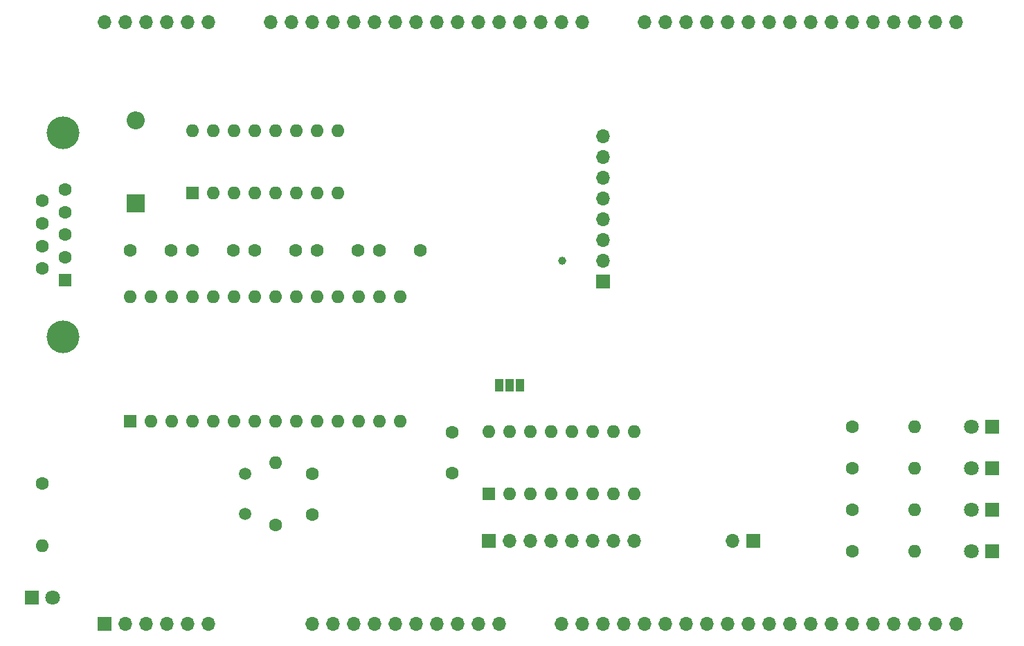
<source format=gts>
G04 #@! TF.GenerationSoftware,KiCad,Pcbnew,7.0.8-7.0.8~ubuntu22.04.1*
G04 #@! TF.CreationDate,2023-11-11T15:49:16+10:00*
G04 #@! TF.ProjectId,IoBoard,496f426f-6172-4642-9e6b-696361645f70,rev?*
G04 #@! TF.SameCoordinates,Original*
G04 #@! TF.FileFunction,Soldermask,Top*
G04 #@! TF.FilePolarity,Negative*
%FSLAX46Y46*%
G04 Gerber Fmt 4.6, Leading zero omitted, Abs format (unit mm)*
G04 Created by KiCad (PCBNEW 7.0.8-7.0.8~ubuntu22.04.1) date 2023-11-11 15:49:16*
%MOMM*%
%LPD*%
G01*
G04 APERTURE LIST*
%ADD10C,1.600000*%
%ADD11R,1.700000X1.700000*%
%ADD12O,1.700000X1.700000*%
%ADD13C,1.500000*%
%ADD14O,1.600000X1.600000*%
%ADD15R,1.800000X1.800000*%
%ADD16C,1.800000*%
%ADD17R,2.200000X2.200000*%
%ADD18O,2.200000X2.200000*%
%ADD19R,1.600000X1.600000*%
%ADD20C,4.000000*%
%ADD21R,1.000000X1.500000*%
%ADD22C,1.000000*%
G04 APERTURE END LIST*
D10*
X125015000Y-53975000D03*
X120015000Y-53975000D03*
D11*
X133350000Y-89535000D03*
D12*
X135890000Y-89535000D03*
X138430000Y-89535000D03*
X140970000Y-89535000D03*
X143510000Y-89535000D03*
X146050000Y-89535000D03*
X148590000Y-89535000D03*
X151130000Y-89535000D03*
D13*
X103535000Y-81370000D03*
X103535000Y-86270000D03*
D10*
X177800000Y-75565000D03*
D14*
X185420000Y-75565000D03*
D10*
X107315000Y-87630000D03*
D14*
X107315000Y-80010000D03*
D15*
X194945000Y-85725000D03*
D16*
X192405000Y-85725000D03*
D10*
X94535000Y-53975000D03*
X89535000Y-53975000D03*
X177800000Y-85725000D03*
D14*
X185420000Y-85725000D03*
D15*
X194945000Y-75565000D03*
D16*
X192405000Y-75565000D03*
D10*
X128905000Y-76240000D03*
X128905000Y-81240000D03*
X177800000Y-90805000D03*
D14*
X185420000Y-90805000D03*
D15*
X77470000Y-96520000D03*
D16*
X80010000Y-96520000D03*
D17*
X90170000Y-48260000D03*
D18*
X90170000Y-38100000D03*
D11*
X147320000Y-57785000D03*
D12*
X147320000Y-55245000D03*
X147320000Y-52705000D03*
X147320000Y-50165000D03*
X147320000Y-47625000D03*
X147320000Y-45085000D03*
X147320000Y-42545000D03*
X147320000Y-40005000D03*
D10*
X78740000Y-82550000D03*
D14*
X78740000Y-90170000D03*
D10*
X112395000Y-53975000D03*
X117395000Y-53975000D03*
D19*
X97155000Y-46990000D03*
D14*
X99695000Y-46990000D03*
X102235000Y-46990000D03*
X104775000Y-46990000D03*
X107315000Y-46990000D03*
X109855000Y-46990000D03*
X112395000Y-46990000D03*
X114935000Y-46990000D03*
X114935000Y-39370000D03*
X112395000Y-39370000D03*
X109855000Y-39370000D03*
X107315000Y-39370000D03*
X104775000Y-39370000D03*
X102235000Y-39370000D03*
X99695000Y-39370000D03*
X97155000Y-39370000D03*
D19*
X89545000Y-74935000D03*
D14*
X92085000Y-74935000D03*
X94625000Y-74935000D03*
X97165000Y-74935000D03*
X99705000Y-74935000D03*
X102245000Y-74935000D03*
X104785000Y-74935000D03*
X107325000Y-74935000D03*
X109865000Y-74935000D03*
X112405000Y-74935000D03*
X114945000Y-74935000D03*
X117485000Y-74935000D03*
X120025000Y-74935000D03*
X122565000Y-74935000D03*
X122565000Y-59695000D03*
X120025000Y-59695000D03*
X117485000Y-59695000D03*
X114945000Y-59695000D03*
X112405000Y-59695000D03*
X109865000Y-59695000D03*
X107325000Y-59695000D03*
X104785000Y-59695000D03*
X102245000Y-59695000D03*
X99705000Y-59695000D03*
X97165000Y-59695000D03*
X94625000Y-59695000D03*
X92085000Y-59695000D03*
X89545000Y-59695000D03*
D20*
X81280000Y-39580000D03*
X81280000Y-64580000D03*
D19*
X81580000Y-57620000D03*
D10*
X81580000Y-54850000D03*
X81580000Y-52080000D03*
X81580000Y-49310000D03*
X81580000Y-46540000D03*
X78740000Y-56235000D03*
X78740000Y-53465000D03*
X78740000Y-50695000D03*
X78740000Y-47925000D03*
D21*
X134590000Y-70485000D03*
X135890000Y-70485000D03*
X137190000Y-70485000D03*
D10*
X111760000Y-86360000D03*
X111760000Y-81360000D03*
X177800000Y-80645000D03*
D14*
X185420000Y-80645000D03*
D10*
X104775000Y-53975000D03*
X109775000Y-53975000D03*
D15*
X194945000Y-90805000D03*
D16*
X192405000Y-90805000D03*
D11*
X86360000Y-99695000D03*
D12*
X88900000Y-99695000D03*
X91440000Y-99695000D03*
X93980000Y-99695000D03*
X96520000Y-99695000D03*
X99060000Y-99695000D03*
X111760000Y-99695000D03*
X114300000Y-99695000D03*
X116840000Y-99695000D03*
X119380000Y-99695000D03*
X121920000Y-99695000D03*
X124460000Y-99695000D03*
X127000000Y-99695000D03*
X129540000Y-99695000D03*
X132080000Y-99695000D03*
X134620000Y-99695000D03*
X142240000Y-99695000D03*
X144780000Y-99695000D03*
X147320000Y-99695000D03*
X149860000Y-99695000D03*
X152400000Y-99695000D03*
X154940000Y-99695000D03*
X157480000Y-99695000D03*
X160020000Y-99695000D03*
X162560000Y-99695000D03*
X165100000Y-99695000D03*
X167640000Y-99695000D03*
X170180000Y-99695000D03*
X172720000Y-99695000D03*
X175260000Y-99695000D03*
X177800000Y-99695000D03*
X180340000Y-99695000D03*
X182880000Y-99695000D03*
X185420000Y-99695000D03*
X187960000Y-99695000D03*
X190500000Y-99695000D03*
X190500000Y-26035000D03*
X187960000Y-26035000D03*
X185420000Y-26035000D03*
X182880000Y-26035000D03*
X180340000Y-26035000D03*
X177800000Y-26035000D03*
X175260000Y-26035000D03*
X172720000Y-26035000D03*
X170180000Y-26035000D03*
X167640000Y-26035000D03*
X165100000Y-26035000D03*
X162560000Y-26035000D03*
X160020000Y-26035000D03*
X157480000Y-26035000D03*
X154940000Y-26035000D03*
X152400000Y-26035000D03*
X144780000Y-26035000D03*
X142240000Y-26035000D03*
X139700000Y-26035000D03*
X137160000Y-26035000D03*
X134620000Y-26035000D03*
X132080000Y-26035000D03*
X129540000Y-26035000D03*
X127000000Y-26035000D03*
X124460000Y-26035000D03*
X121920000Y-26035000D03*
X119380000Y-26035000D03*
X116840000Y-26035000D03*
X114300000Y-26035000D03*
X111760000Y-26035000D03*
X109220000Y-26035000D03*
X106680000Y-26035000D03*
X99060000Y-26035000D03*
X96520000Y-26035000D03*
X93980000Y-26035000D03*
X91440000Y-26035000D03*
X88900000Y-26035000D03*
X86360000Y-26035000D03*
D15*
X194945000Y-80645000D03*
D16*
X192405000Y-80645000D03*
D11*
X165735000Y-89535000D03*
D12*
X163195000Y-89535000D03*
D19*
X133350000Y-83820000D03*
D14*
X135890000Y-83820000D03*
X138430000Y-83820000D03*
X140970000Y-83820000D03*
X143510000Y-83820000D03*
X146050000Y-83820000D03*
X148590000Y-83820000D03*
X151130000Y-83820000D03*
X151130000Y-76200000D03*
X148590000Y-76200000D03*
X146050000Y-76200000D03*
X143510000Y-76200000D03*
X140970000Y-76200000D03*
X138430000Y-76200000D03*
X135890000Y-76200000D03*
X133350000Y-76200000D03*
D10*
X97155000Y-53975000D03*
X102155000Y-53975000D03*
D22*
X142367000Y-55245000D03*
M02*

</source>
